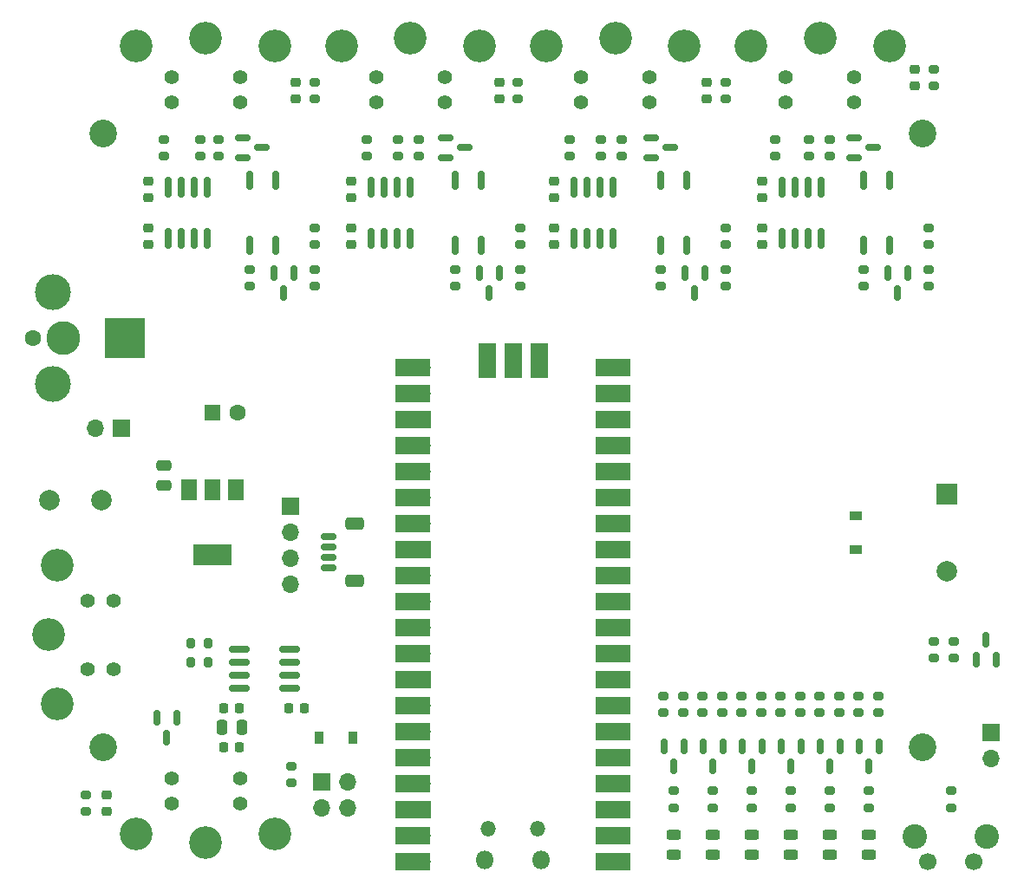
<source format=gts>
G04 #@! TF.GenerationSoftware,KiCad,Pcbnew,6.0.11+dfsg-1*
G04 #@! TF.CreationDate,2024-07-23T18:01:40-05:00*
G04 #@! TF.ProjectId,hootswitch,686f6f74-7377-4697-9463-682e6b696361,rev?*
G04 #@! TF.SameCoordinates,Original*
G04 #@! TF.FileFunction,Soldermask,Top*
G04 #@! TF.FilePolarity,Negative*
%FSLAX46Y46*%
G04 Gerber Fmt 4.6, Leading zero omitted, Abs format (unit mm)*
G04 Created by KiCad (PCBNEW 6.0.11+dfsg-1) date 2024-07-23 18:01:40*
%MOMM*%
%LPD*%
G01*
G04 APERTURE LIST*
G04 Aperture macros list*
%AMRoundRect*
0 Rectangle with rounded corners*
0 $1 Rounding radius*
0 $2 $3 $4 $5 $6 $7 $8 $9 X,Y pos of 4 corners*
0 Add a 4 corners polygon primitive as box body*
4,1,4,$2,$3,$4,$5,$6,$7,$8,$9,$2,$3,0*
0 Add four circle primitives for the rounded corners*
1,1,$1+$1,$2,$3*
1,1,$1+$1,$4,$5*
1,1,$1+$1,$6,$7*
1,1,$1+$1,$8,$9*
0 Add four rect primitives between the rounded corners*
20,1,$1+$1,$2,$3,$4,$5,0*
20,1,$1+$1,$4,$5,$6,$7,0*
20,1,$1+$1,$6,$7,$8,$9,0*
20,1,$1+$1,$8,$9,$2,$3,0*%
G04 Aperture macros list end*
%ADD10RoundRect,0.200000X0.275000X-0.200000X0.275000X0.200000X-0.275000X0.200000X-0.275000X-0.200000X0*%
%ADD11RoundRect,0.243750X-0.456250X0.243750X-0.456250X-0.243750X0.456250X-0.243750X0.456250X0.243750X0*%
%ADD12RoundRect,0.150000X0.150000X-0.825000X0.150000X0.825000X-0.150000X0.825000X-0.150000X-0.825000X0*%
%ADD13RoundRect,0.200000X-0.275000X0.200000X-0.275000X-0.200000X0.275000X-0.200000X0.275000X0.200000X0*%
%ADD14RoundRect,0.225000X0.225000X0.250000X-0.225000X0.250000X-0.225000X-0.250000X0.225000X-0.250000X0*%
%ADD15RoundRect,0.150000X-0.587500X-0.150000X0.587500X-0.150000X0.587500X0.150000X-0.587500X0.150000X0*%
%ADD16RoundRect,0.218750X-0.256250X0.218750X-0.256250X-0.218750X0.256250X-0.218750X0.256250X0.218750X0*%
%ADD17RoundRect,0.200000X0.200000X0.275000X-0.200000X0.275000X-0.200000X-0.275000X0.200000X-0.275000X0*%
%ADD18R,1.600000X1.600000*%
%ADD19C,1.600000*%
%ADD20RoundRect,0.150000X-0.150000X0.587500X-0.150000X-0.587500X0.150000X-0.587500X0.150000X0.587500X0*%
%ADD21RoundRect,0.150000X0.150000X-0.750000X0.150000X0.750000X-0.150000X0.750000X-0.150000X-0.750000X0*%
%ADD22C,2.700000*%
%ADD23RoundRect,0.150000X0.150000X-0.587500X0.150000X0.587500X-0.150000X0.587500X-0.150000X-0.587500X0*%
%ADD24C,1.400000*%
%ADD25C,3.200000*%
%ADD26C,2.400000*%
%ADD27C,1.700000*%
%ADD28R,1.700000X1.700000*%
%ADD29O,1.700000X1.700000*%
%ADD30R,4.000000X4.000000*%
%ADD31C,3.300000*%
%ADD32C,3.500000*%
%ADD33RoundRect,0.225000X0.250000X-0.225000X0.250000X0.225000X-0.250000X0.225000X-0.250000X-0.225000X0*%
%ADD34O,1.500000X1.500000*%
%ADD35O,1.800000X1.800000*%
%ADD36R,3.500000X1.700000*%
%ADD37R,1.700000X3.500000*%
%ADD38R,1.500000X2.000000*%
%ADD39R,3.800000X2.000000*%
%ADD40R,2.000000X2.000000*%
%ADD41C,2.000000*%
%ADD42RoundRect,0.225000X-0.250000X0.225000X-0.250000X-0.225000X0.250000X-0.225000X0.250000X0.225000X0*%
%ADD43RoundRect,0.150000X0.825000X0.150000X-0.825000X0.150000X-0.825000X-0.150000X0.825000X-0.150000X0*%
%ADD44RoundRect,0.150000X-0.625000X0.150000X-0.625000X-0.150000X0.625000X-0.150000X0.625000X0.150000X0*%
%ADD45RoundRect,0.250000X-0.650000X0.350000X-0.650000X-0.350000X0.650000X-0.350000X0.650000X0.350000X0*%
%ADD46R,0.900000X1.200000*%
%ADD47RoundRect,0.250000X0.475000X-0.250000X0.475000X0.250000X-0.475000X0.250000X-0.475000X-0.250000X0*%
%ADD48R,1.200000X0.900000*%
%ADD49RoundRect,0.200000X-0.200000X-0.275000X0.200000X-0.275000X0.200000X0.275000X-0.200000X0.275000X0*%
%ADD50RoundRect,0.250000X0.250000X0.475000X-0.250000X0.475000X-0.250000X-0.475000X0.250000X-0.475000X0*%
G04 APERTURE END LIST*
D10*
X125730000Y-139890000D03*
X125730000Y-138240000D03*
X104394000Y-88963000D03*
X104394000Y-87313000D03*
D11*
X133350000Y-142572500D03*
X133350000Y-144447500D03*
D12*
X76327000Y-84263000D03*
X77597000Y-84263000D03*
X78867000Y-84263000D03*
X80137000Y-84263000D03*
X80137000Y-79313000D03*
X78867000Y-79313000D03*
X77597000Y-79313000D03*
X76327000Y-79313000D03*
D13*
X132334000Y-128969000D03*
X132334000Y-130619000D03*
D10*
X137160000Y-139890000D03*
X137160000Y-138240000D03*
D14*
X83325000Y-130175000D03*
X81775000Y-130175000D03*
D13*
X90678000Y-69025000D03*
X90678000Y-70675000D03*
X136144000Y-128969000D03*
X136144000Y-130619000D03*
X68326000Y-138621000D03*
X68326000Y-140271000D03*
D15*
X83644500Y-74488000D03*
X83644500Y-76388000D03*
X85519500Y-75438000D03*
D16*
X70358000Y-138658500D03*
X70358000Y-140233500D03*
D17*
X80200000Y-125730000D03*
X78550000Y-125730000D03*
D16*
X128905000Y-69062500D03*
X128905000Y-70637500D03*
D18*
X80645000Y-101346000D03*
D19*
X83145000Y-101346000D03*
D20*
X148524000Y-87708500D03*
X146624000Y-87708500D03*
X147574000Y-89583500D03*
D13*
X135636000Y-74613000D03*
X135636000Y-76263000D03*
D21*
X144272000Y-84938000D03*
X146812000Y-84938000D03*
X146812000Y-78638000D03*
X144272000Y-78638000D03*
D22*
X70000000Y-74000000D03*
D23*
X155260000Y-125397500D03*
X157160000Y-125397500D03*
X156210000Y-123522500D03*
D24*
X116650000Y-68500000D03*
X123350000Y-68500000D03*
X116650000Y-71000000D03*
X123350000Y-71000000D03*
D25*
X120000000Y-64700000D03*
X113240000Y-65510000D03*
X126760000Y-65510000D03*
D20*
X134300000Y-133936500D03*
X132400000Y-133936500D03*
X133350000Y-135811500D03*
D10*
X90678000Y-84899000D03*
X90678000Y-83249000D03*
X129540000Y-139890000D03*
X129540000Y-138240000D03*
D13*
X151130000Y-67755000D03*
X151130000Y-69405000D03*
D21*
X124460000Y-84938000D03*
X127000000Y-84938000D03*
X127000000Y-78638000D03*
X124460000Y-78638000D03*
D13*
X128524000Y-128969000D03*
X128524000Y-130619000D03*
D24*
X96650000Y-68500000D03*
X103350000Y-68500000D03*
X96650000Y-71000000D03*
X103350000Y-71000000D03*
D25*
X100000000Y-64700000D03*
X106760000Y-65510000D03*
X93240000Y-65510000D03*
D13*
X100838000Y-74613000D03*
X100838000Y-76263000D03*
D10*
X134239000Y-130619000D03*
X134239000Y-128969000D03*
D24*
X68500000Y-126350000D03*
X68500000Y-119650000D03*
X71000000Y-126350000D03*
X71000000Y-119650000D03*
D25*
X64700000Y-123000000D03*
X65510000Y-129760000D03*
X65510000Y-116240000D03*
D20*
X126680000Y-133936500D03*
X124780000Y-133936500D03*
X125730000Y-135811500D03*
D15*
X143334500Y-74488000D03*
X143334500Y-76388000D03*
X145209500Y-75438000D03*
D26*
X149250000Y-142700000D03*
X156250000Y-142700000D03*
D27*
X155000000Y-145200000D03*
X150500000Y-145200000D03*
D11*
X140970000Y-142572500D03*
X140970000Y-144447500D03*
D13*
X95758000Y-74613000D03*
X95758000Y-76263000D03*
D28*
X156718000Y-132583000D03*
D29*
X156718000Y-135123000D03*
D20*
X88580000Y-87708500D03*
X86680000Y-87708500D03*
X87630000Y-89583500D03*
D11*
X125730000Y-142572500D03*
X125730000Y-144447500D03*
D10*
X126619000Y-130619000D03*
X126619000Y-128969000D03*
X130810000Y-88963000D03*
X130810000Y-87313000D03*
D20*
X128712000Y-87708500D03*
X126812000Y-87708500D03*
X127762000Y-89583500D03*
D19*
X63100000Y-94000000D03*
D30*
X72100000Y-94000000D03*
D31*
X66100000Y-94000000D03*
D32*
X65100000Y-89500000D03*
X65100000Y-98500000D03*
D10*
X144272000Y-88963000D03*
X144272000Y-87313000D03*
D33*
X114046000Y-84849000D03*
X114046000Y-83299000D03*
D16*
X149225000Y-67792500D03*
X149225000Y-69367500D03*
D14*
X83325000Y-133985000D03*
X81775000Y-133985000D03*
D12*
X96139000Y-84263000D03*
X97409000Y-84263000D03*
X98679000Y-84263000D03*
X99949000Y-84263000D03*
X99949000Y-79313000D03*
X98679000Y-79313000D03*
X97409000Y-79313000D03*
X96139000Y-79313000D03*
D13*
X153035000Y-123635000D03*
X153035000Y-125285000D03*
D34*
X107575000Y-141970000D03*
X112425000Y-141970000D03*
D35*
X107275000Y-145000000D03*
X112725000Y-145000000D03*
D29*
X118890000Y-145130000D03*
D36*
X119790000Y-145130000D03*
D29*
X118890000Y-142590000D03*
D36*
X119790000Y-142590000D03*
D28*
X118890000Y-140050000D03*
D36*
X119790000Y-140050000D03*
D29*
X118890000Y-137510000D03*
D36*
X119790000Y-137510000D03*
X119790000Y-134970000D03*
D29*
X118890000Y-134970000D03*
X118890000Y-132430000D03*
D36*
X119790000Y-132430000D03*
X119790000Y-129890000D03*
D29*
X118890000Y-129890000D03*
D28*
X118890000Y-127350000D03*
D36*
X119790000Y-127350000D03*
X119790000Y-124810000D03*
D29*
X118890000Y-124810000D03*
D36*
X119790000Y-122270000D03*
D29*
X118890000Y-122270000D03*
D36*
X119790000Y-119730000D03*
D29*
X118890000Y-119730000D03*
X118890000Y-117190000D03*
D36*
X119790000Y-117190000D03*
X119790000Y-114650000D03*
D28*
X118890000Y-114650000D03*
D36*
X119790000Y-112110000D03*
D29*
X118890000Y-112110000D03*
D36*
X119790000Y-109570000D03*
D29*
X118890000Y-109570000D03*
X118890000Y-107030000D03*
D36*
X119790000Y-107030000D03*
D29*
X118890000Y-104490000D03*
D36*
X119790000Y-104490000D03*
D28*
X118890000Y-101950000D03*
D36*
X119790000Y-101950000D03*
D29*
X118890000Y-99410000D03*
D36*
X119790000Y-99410000D03*
D29*
X118890000Y-96870000D03*
D36*
X119790000Y-96870000D03*
X100210000Y-96870000D03*
D29*
X101110000Y-96870000D03*
X101110000Y-99410000D03*
D36*
X100210000Y-99410000D03*
X100210000Y-101950000D03*
D28*
X101110000Y-101950000D03*
D36*
X100210000Y-104490000D03*
D29*
X101110000Y-104490000D03*
X101110000Y-107030000D03*
D36*
X100210000Y-107030000D03*
D29*
X101110000Y-109570000D03*
D36*
X100210000Y-109570000D03*
X100210000Y-112110000D03*
D29*
X101110000Y-112110000D03*
D28*
X101110000Y-114650000D03*
D36*
X100210000Y-114650000D03*
X100210000Y-117190000D03*
D29*
X101110000Y-117190000D03*
D36*
X100210000Y-119730000D03*
D29*
X101110000Y-119730000D03*
D36*
X100210000Y-122270000D03*
D29*
X101110000Y-122270000D03*
D36*
X100210000Y-124810000D03*
D29*
X101110000Y-124810000D03*
D28*
X101110000Y-127350000D03*
D36*
X100210000Y-127350000D03*
D29*
X101110000Y-129890000D03*
D36*
X100210000Y-129890000D03*
X100210000Y-132430000D03*
D29*
X101110000Y-132430000D03*
D36*
X100210000Y-134970000D03*
D29*
X101110000Y-134970000D03*
X101110000Y-137510000D03*
D36*
X100210000Y-137510000D03*
X100210000Y-140050000D03*
D28*
X101110000Y-140050000D03*
D29*
X101110000Y-142590000D03*
D36*
X100210000Y-142590000D03*
D29*
X101110000Y-145130000D03*
D36*
X100210000Y-145130000D03*
D37*
X112540000Y-96200000D03*
D29*
X112540000Y-97100000D03*
D37*
X110000000Y-96200000D03*
D28*
X110000000Y-97100000D03*
D29*
X107460000Y-97100000D03*
D37*
X107460000Y-96200000D03*
D38*
X82945000Y-108864000D03*
D39*
X80645000Y-115164000D03*
D38*
X80645000Y-108864000D03*
X78345000Y-108864000D03*
D24*
X136650000Y-68500000D03*
X143350000Y-68500000D03*
X136650000Y-71000000D03*
X143350000Y-71000000D03*
D25*
X133240000Y-65510000D03*
X140000000Y-64700000D03*
X146760000Y-65510000D03*
D10*
X124460000Y-88963000D03*
X124460000Y-87313000D03*
D13*
X81280000Y-74613000D03*
X81280000Y-76263000D03*
X151130000Y-123635000D03*
X151130000Y-125285000D03*
D40*
X152400000Y-109230000D03*
D41*
X152400000Y-116830000D03*
D15*
X103456500Y-74488000D03*
X103456500Y-76388000D03*
X105331500Y-75438000D03*
D14*
X89675000Y-130175000D03*
X88125000Y-130175000D03*
D13*
X88392000Y-135827000D03*
X88392000Y-137477000D03*
D20*
X77150000Y-131142500D03*
X75250000Y-131142500D03*
X76200000Y-133017500D03*
X138110000Y-133936500D03*
X136210000Y-133936500D03*
X137160000Y-135811500D03*
D13*
X115570000Y-74613000D03*
X115570000Y-76263000D03*
X110490000Y-69025000D03*
X110490000Y-70675000D03*
D15*
X123522500Y-74488000D03*
X123522500Y-76388000D03*
X125397500Y-75438000D03*
D28*
X88265000Y-110490000D03*
D29*
X88265000Y-113030000D03*
X88265000Y-115570000D03*
X88265000Y-118110000D03*
D42*
X114046000Y-78727000D03*
X114046000Y-80277000D03*
D10*
X98806000Y-76263000D03*
X98806000Y-74613000D03*
D21*
X84328000Y-84938000D03*
X86868000Y-84938000D03*
X86868000Y-78638000D03*
X84328000Y-78638000D03*
D10*
X110744000Y-84899000D03*
X110744000Y-83249000D03*
X150622000Y-88963000D03*
X150622000Y-87313000D03*
X138049000Y-130619000D03*
X138049000Y-128969000D03*
X130810000Y-84899000D03*
X130810000Y-83249000D03*
D22*
X150000000Y-74000000D03*
D13*
X140970000Y-74613000D03*
X140970000Y-76263000D03*
D10*
X110744000Y-88963000D03*
X110744000Y-87313000D03*
D13*
X120650000Y-74613000D03*
X120650000Y-76263000D03*
D16*
X88775000Y-69062500D03*
X88775000Y-70637500D03*
D13*
X130810000Y-69025000D03*
X130810000Y-70675000D03*
D33*
X134366000Y-84849000D03*
X134366000Y-83299000D03*
D13*
X152781000Y-138240000D03*
X152781000Y-139890000D03*
D16*
X108712000Y-69062500D03*
X108712000Y-70637500D03*
D43*
X88200000Y-128270000D03*
X88200000Y-127000000D03*
X88200000Y-125730000D03*
X88200000Y-124460000D03*
X83250000Y-124460000D03*
X83250000Y-125730000D03*
X83250000Y-127000000D03*
X83250000Y-128270000D03*
D10*
X140970000Y-139890000D03*
X140970000Y-138240000D03*
X133350000Y-139890000D03*
X133350000Y-138240000D03*
D41*
X64770000Y-109855000D03*
X69850000Y-109855000D03*
D10*
X90678000Y-88963000D03*
X90678000Y-87313000D03*
D44*
X92020000Y-113435000D03*
X92020000Y-114435000D03*
X92020000Y-115435000D03*
X92020000Y-116435000D03*
D45*
X94545000Y-112135000D03*
X94545000Y-117735000D03*
D10*
X84328000Y-88963000D03*
X84328000Y-87313000D03*
D46*
X94360000Y-133096000D03*
X91060000Y-133096000D03*
D24*
X76650000Y-68500000D03*
X83350000Y-68500000D03*
X76650000Y-71000000D03*
X83350000Y-71000000D03*
D25*
X80000000Y-64700000D03*
X86760000Y-65510000D03*
X73240000Y-65510000D03*
D10*
X138938000Y-76263000D03*
X138938000Y-74613000D03*
D22*
X150000000Y-134000000D03*
D21*
X104394000Y-84938000D03*
X106934000Y-84938000D03*
X106934000Y-78638000D03*
X104394000Y-78638000D03*
D20*
X130490000Y-133936500D03*
X128590000Y-133936500D03*
X129540000Y-135811500D03*
D10*
X150622000Y-84899000D03*
X150622000Y-83249000D03*
D42*
X74422000Y-78727000D03*
X74422000Y-80277000D03*
D13*
X143764000Y-128969000D03*
X143764000Y-130619000D03*
X124714000Y-128969000D03*
X124714000Y-130619000D03*
D42*
X94234000Y-78727000D03*
X94234000Y-80277000D03*
D12*
X115951000Y-84263000D03*
X117221000Y-84263000D03*
X118491000Y-84263000D03*
X119761000Y-84263000D03*
X119761000Y-79313000D03*
X118491000Y-79313000D03*
X117221000Y-79313000D03*
X115951000Y-79313000D03*
D24*
X83350000Y-139500000D03*
X76650000Y-139500000D03*
X83350000Y-137000000D03*
X76650000Y-137000000D03*
D25*
X86760000Y-142490000D03*
X80000000Y-143300000D03*
X73240000Y-142490000D03*
D22*
X70000000Y-134000000D03*
D10*
X79502000Y-76263000D03*
X79502000Y-74613000D03*
D33*
X94234000Y-84849000D03*
X94234000Y-83299000D03*
D47*
X75946000Y-108392000D03*
X75946000Y-106492000D03*
D10*
X144780000Y-139890000D03*
X144780000Y-138240000D03*
X118618000Y-76263000D03*
X118618000Y-74613000D03*
D48*
X143510000Y-111380000D03*
X143510000Y-114680000D03*
D10*
X130429000Y-130619000D03*
X130429000Y-128969000D03*
D20*
X145730000Y-133936500D03*
X143830000Y-133936500D03*
X144780000Y-135811500D03*
D10*
X141859000Y-130619000D03*
X141859000Y-128969000D03*
D12*
X136271000Y-84263000D03*
X137541000Y-84263000D03*
X138811000Y-84263000D03*
X140081000Y-84263000D03*
X140081000Y-79313000D03*
X138811000Y-79313000D03*
X137541000Y-79313000D03*
X136271000Y-79313000D03*
D33*
X74422000Y-84849000D03*
X74422000Y-83299000D03*
D28*
X91325000Y-137389000D03*
D29*
X93865000Y-137389000D03*
X91325000Y-139929000D03*
X93865000Y-139929000D03*
D13*
X75946000Y-74613000D03*
X75946000Y-76263000D03*
D28*
X71755000Y-102870000D03*
D29*
X69215000Y-102870000D03*
D13*
X139954000Y-128969000D03*
X139954000Y-130619000D03*
D42*
X134366000Y-78727000D03*
X134366000Y-80277000D03*
D10*
X145669000Y-130619000D03*
X145669000Y-128969000D03*
D20*
X108646000Y-87708500D03*
X106746000Y-87708500D03*
X107696000Y-89583500D03*
D11*
X129540000Y-142572500D03*
X129540000Y-144447500D03*
D49*
X78550000Y-123825000D03*
X80200000Y-123825000D03*
D20*
X141920000Y-133936500D03*
X140020000Y-133936500D03*
X140970000Y-135811500D03*
D11*
X137160000Y-142572500D03*
X137160000Y-144447500D03*
D50*
X83500000Y-132080000D03*
X81600000Y-132080000D03*
D11*
X144780000Y-142572500D03*
X144780000Y-144447500D03*
M02*

</source>
